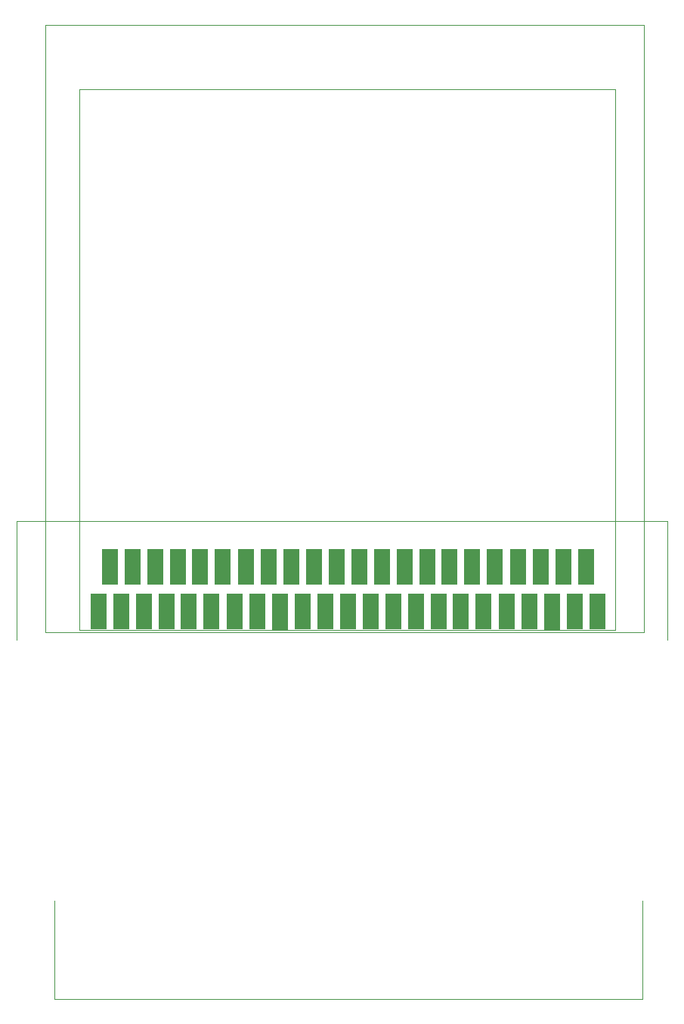
<source format=gbr>
G04 #@! TF.GenerationSoftware,KiCad,Pcbnew,8.0.2*
G04 #@! TF.CreationDate,2024-05-08T12:07:27-04:00*
G04 #@! TF.ProjectId,SMS-to-GG,534d532d-746f-42d4-9747-2e6b69636164,4*
G04 #@! TF.SameCoordinates,Original*
G04 #@! TF.FileFunction,OtherDrawing,Comment*
%FSLAX46Y46*%
G04 Gerber Fmt 4.6, Leading zero omitted, Abs format (unit mm)*
G04 Created by KiCad (PCBNEW 8.0.2) date 2024-05-08 12:07:27*
%MOMM*%
%LPD*%
G01*
G04 APERTURE LIST*
%ADD10C,0.120000*%
G04 APERTURE END LIST*
D10*
G04 #@! TO.C,J1*
X183727000Y-138888000D02*
X183727000Y-127892000D01*
X117827000Y-138888000D02*
X183727000Y-138888000D01*
X117827000Y-127892000D02*
X117827000Y-138888000D01*
G04 #@! TO.C,J2*
X113630000Y-85402000D02*
X186510000Y-85402000D01*
X113630000Y-98700000D02*
X113630000Y-85402000D01*
X186510000Y-98700000D02*
X186510000Y-85402000D01*
X116860000Y-97860000D02*
X183860000Y-97860000D01*
X183860000Y-29810000D01*
X116860000Y-29810000D01*
X116860000Y-97860000D01*
X120663000Y-97604000D02*
X180663000Y-97604000D01*
X180663000Y-36994000D01*
X120663000Y-36994000D01*
X120663000Y-97604000D01*
X121883000Y-97380000D02*
X123583000Y-97380000D01*
X123583000Y-93500000D01*
X121883000Y-93500000D01*
X121883000Y-97380000D01*
G36*
X121883000Y-97380000D02*
G01*
X123583000Y-97380000D01*
X123583000Y-93500000D01*
X121883000Y-93500000D01*
X121883000Y-97380000D01*
G37*
X123143000Y-92410000D02*
X124843000Y-92410000D01*
X124843000Y-88530000D01*
X123143000Y-88530000D01*
X123143000Y-92410000D01*
G36*
X123143000Y-92410000D02*
G01*
X124843000Y-92410000D01*
X124843000Y-88530000D01*
X123143000Y-88530000D01*
X123143000Y-92410000D01*
G37*
X124413000Y-97380000D02*
X126113000Y-97380000D01*
X126113000Y-93500000D01*
X124413000Y-93500000D01*
X124413000Y-97380000D01*
G36*
X124413000Y-97380000D02*
G01*
X126113000Y-97380000D01*
X126113000Y-93500000D01*
X124413000Y-93500000D01*
X124413000Y-97380000D01*
G37*
X125683000Y-92410000D02*
X127383000Y-92410000D01*
X127383000Y-88530000D01*
X125683000Y-88530000D01*
X125683000Y-92410000D01*
G36*
X125683000Y-92410000D02*
G01*
X127383000Y-92410000D01*
X127383000Y-88530000D01*
X125683000Y-88530000D01*
X125683000Y-92410000D01*
G37*
X126953000Y-97380000D02*
X128653000Y-97380000D01*
X128653000Y-93500000D01*
X126953000Y-93500000D01*
X126953000Y-97380000D01*
G36*
X126953000Y-97380000D02*
G01*
X128653000Y-97380000D01*
X128653000Y-93500000D01*
X126953000Y-93500000D01*
X126953000Y-97380000D01*
G37*
X128213000Y-92410000D02*
X129913000Y-92410000D01*
X129913000Y-88530000D01*
X128213000Y-88530000D01*
X128213000Y-92410000D01*
G36*
X128213000Y-92410000D02*
G01*
X129913000Y-92410000D01*
X129913000Y-88530000D01*
X128213000Y-88530000D01*
X128213000Y-92410000D01*
G37*
X129493000Y-97380000D02*
X131193000Y-97380000D01*
X131193000Y-93500000D01*
X129493000Y-93500000D01*
X129493000Y-97380000D01*
G36*
X129493000Y-97380000D02*
G01*
X131193000Y-97380000D01*
X131193000Y-93500000D01*
X129493000Y-93500000D01*
X129493000Y-97380000D01*
G37*
X130763000Y-92410000D02*
X132463000Y-92410000D01*
X132463000Y-88530000D01*
X130763000Y-88530000D01*
X130763000Y-92410000D01*
G36*
X130763000Y-92410000D02*
G01*
X132463000Y-92410000D01*
X132463000Y-88530000D01*
X130763000Y-88530000D01*
X130763000Y-92410000D01*
G37*
X131993000Y-97380000D02*
X133693000Y-97380000D01*
X133693000Y-93500000D01*
X131993000Y-93500000D01*
X131993000Y-97380000D01*
G36*
X131993000Y-97380000D02*
G01*
X133693000Y-97380000D01*
X133693000Y-93500000D01*
X131993000Y-93500000D01*
X131993000Y-97380000D01*
G37*
X133263000Y-92410000D02*
X134963000Y-92410000D01*
X134963000Y-88530000D01*
X133263000Y-88530000D01*
X133263000Y-92410000D01*
G36*
X133263000Y-92410000D02*
G01*
X134963000Y-92410000D01*
X134963000Y-88530000D01*
X133263000Y-88530000D01*
X133263000Y-92410000D01*
G37*
X134543000Y-97380000D02*
X136243000Y-97380000D01*
X136243000Y-93500000D01*
X134543000Y-93500000D01*
X134543000Y-97380000D01*
G36*
X134543000Y-97380000D02*
G01*
X136243000Y-97380000D01*
X136243000Y-93500000D01*
X134543000Y-93500000D01*
X134543000Y-97380000D01*
G37*
X135813000Y-92410000D02*
X137513000Y-92410000D01*
X137513000Y-88530000D01*
X135813000Y-88530000D01*
X135813000Y-92410000D01*
G36*
X135813000Y-92410000D02*
G01*
X137513000Y-92410000D01*
X137513000Y-88530000D01*
X135813000Y-88530000D01*
X135813000Y-92410000D01*
G37*
X137113000Y-97380000D02*
X138813000Y-97380000D01*
X138813000Y-93500000D01*
X137113000Y-93500000D01*
X137113000Y-97380000D01*
G36*
X137113000Y-97380000D02*
G01*
X138813000Y-97380000D01*
X138813000Y-93500000D01*
X137113000Y-93500000D01*
X137113000Y-97380000D01*
G37*
X138373000Y-92410000D02*
X140073000Y-92410000D01*
X140073000Y-88530000D01*
X138373000Y-88530000D01*
X138373000Y-92410000D01*
G36*
X138373000Y-92410000D02*
G01*
X140073000Y-92410000D01*
X140073000Y-88530000D01*
X138373000Y-88530000D01*
X138373000Y-92410000D01*
G37*
X139663000Y-97380000D02*
X141363000Y-97380000D01*
X141363000Y-93500000D01*
X139663000Y-93500000D01*
X139663000Y-97380000D01*
G36*
X139663000Y-97380000D02*
G01*
X141363000Y-97380000D01*
X141363000Y-93500000D01*
X139663000Y-93500000D01*
X139663000Y-97380000D01*
G37*
X140923000Y-92410000D02*
X142623000Y-92410000D01*
X142623000Y-88530000D01*
X140923000Y-88530000D01*
X140923000Y-92410000D01*
G36*
X140923000Y-92410000D02*
G01*
X142623000Y-92410000D01*
X142623000Y-88530000D01*
X140923000Y-88530000D01*
X140923000Y-92410000D01*
G37*
X142213000Y-97600000D02*
X143913000Y-97600000D01*
X143913000Y-93500000D01*
X142213000Y-93500000D01*
X142213000Y-97600000D01*
G36*
X142213000Y-97600000D02*
G01*
X143913000Y-97600000D01*
X143913000Y-93500000D01*
X142213000Y-93500000D01*
X142213000Y-97600000D01*
G37*
X143463000Y-92410000D02*
X145163000Y-92410000D01*
X145163000Y-88530000D01*
X143463000Y-88530000D01*
X143463000Y-92410000D01*
G36*
X143463000Y-92410000D02*
G01*
X145163000Y-92410000D01*
X145163000Y-88530000D01*
X143463000Y-88530000D01*
X143463000Y-92410000D01*
G37*
X144733000Y-97380000D02*
X146433000Y-97380000D01*
X146433000Y-93500000D01*
X144733000Y-93500000D01*
X144733000Y-97380000D01*
G36*
X144733000Y-97380000D02*
G01*
X146433000Y-97380000D01*
X146433000Y-93500000D01*
X144733000Y-93500000D01*
X144733000Y-97380000D01*
G37*
X145993000Y-92410000D02*
X147693000Y-92410000D01*
X147693000Y-88530000D01*
X145993000Y-88530000D01*
X145993000Y-92410000D01*
G36*
X145993000Y-92410000D02*
G01*
X147693000Y-92410000D01*
X147693000Y-88530000D01*
X145993000Y-88530000D01*
X145993000Y-92410000D01*
G37*
X147273000Y-97380000D02*
X148973000Y-97380000D01*
X148973000Y-93500000D01*
X147273000Y-93500000D01*
X147273000Y-97380000D01*
G36*
X147273000Y-97380000D02*
G01*
X148973000Y-97380000D01*
X148973000Y-93500000D01*
X147273000Y-93500000D01*
X147273000Y-97380000D01*
G37*
X148543000Y-92410000D02*
X150243000Y-92410000D01*
X150243000Y-88530000D01*
X148543000Y-88530000D01*
X148543000Y-92410000D01*
G36*
X148543000Y-92410000D02*
G01*
X150243000Y-92410000D01*
X150243000Y-88530000D01*
X148543000Y-88530000D01*
X148543000Y-92410000D01*
G37*
X149813000Y-97380000D02*
X151513000Y-97380000D01*
X151513000Y-93500000D01*
X149813000Y-93500000D01*
X149813000Y-97380000D01*
G36*
X149813000Y-97380000D02*
G01*
X151513000Y-97380000D01*
X151513000Y-93500000D01*
X149813000Y-93500000D01*
X149813000Y-97380000D01*
G37*
X151083000Y-92410000D02*
X152783000Y-92410000D01*
X152783000Y-88530000D01*
X151083000Y-88530000D01*
X151083000Y-92410000D01*
G36*
X151083000Y-92410000D02*
G01*
X152783000Y-92410000D01*
X152783000Y-88530000D01*
X151083000Y-88530000D01*
X151083000Y-92410000D01*
G37*
X152353000Y-97380000D02*
X154053000Y-97380000D01*
X154053000Y-93500000D01*
X152353000Y-93500000D01*
X152353000Y-97380000D01*
G36*
X152353000Y-97380000D02*
G01*
X154053000Y-97380000D01*
X154053000Y-93500000D01*
X152353000Y-93500000D01*
X152353000Y-97380000D01*
G37*
X153613000Y-92410000D02*
X155313000Y-92410000D01*
X155313000Y-88530000D01*
X153613000Y-88530000D01*
X153613000Y-92410000D01*
G36*
X153613000Y-92410000D02*
G01*
X155313000Y-92410000D01*
X155313000Y-88530000D01*
X153613000Y-88530000D01*
X153613000Y-92410000D01*
G37*
X154893000Y-97380000D02*
X156593000Y-97380000D01*
X156593000Y-93500000D01*
X154893000Y-93500000D01*
X154893000Y-97380000D01*
G36*
X154893000Y-97380000D02*
G01*
X156593000Y-97380000D01*
X156593000Y-93500000D01*
X154893000Y-93500000D01*
X154893000Y-97380000D01*
G37*
X156163000Y-92410000D02*
X157863000Y-92410000D01*
X157863000Y-88530000D01*
X156163000Y-88530000D01*
X156163000Y-92410000D01*
G36*
X156163000Y-92410000D02*
G01*
X157863000Y-92410000D01*
X157863000Y-88530000D01*
X156163000Y-88530000D01*
X156163000Y-92410000D01*
G37*
X157433000Y-97380000D02*
X159133000Y-97380000D01*
X159133000Y-93500000D01*
X157433000Y-93500000D01*
X157433000Y-97380000D01*
G36*
X157433000Y-97380000D02*
G01*
X159133000Y-97380000D01*
X159133000Y-93500000D01*
X157433000Y-93500000D01*
X157433000Y-97380000D01*
G37*
X158703000Y-92410000D02*
X160403000Y-92410000D01*
X160403000Y-88530000D01*
X158703000Y-88530000D01*
X158703000Y-92410000D01*
G36*
X158703000Y-92410000D02*
G01*
X160403000Y-92410000D01*
X160403000Y-88530000D01*
X158703000Y-88530000D01*
X158703000Y-92410000D01*
G37*
X159973000Y-97380000D02*
X161673000Y-97380000D01*
X161673000Y-93500000D01*
X159973000Y-93500000D01*
X159973000Y-97380000D01*
G36*
X159973000Y-97380000D02*
G01*
X161673000Y-97380000D01*
X161673000Y-93500000D01*
X159973000Y-93500000D01*
X159973000Y-97380000D01*
G37*
X161223000Y-92410000D02*
X162923000Y-92410000D01*
X162923000Y-88530000D01*
X161223000Y-88530000D01*
X161223000Y-92410000D01*
G36*
X161223000Y-92410000D02*
G01*
X162923000Y-92410000D01*
X162923000Y-88530000D01*
X161223000Y-88530000D01*
X161223000Y-92410000D01*
G37*
X162473000Y-97380000D02*
X164173000Y-97380000D01*
X164173000Y-93500000D01*
X162473000Y-93500000D01*
X162473000Y-97380000D01*
G36*
X162473000Y-97380000D02*
G01*
X164173000Y-97380000D01*
X164173000Y-93500000D01*
X162473000Y-93500000D01*
X162473000Y-97380000D01*
G37*
X163733000Y-92410000D02*
X165433000Y-92410000D01*
X165433000Y-88530000D01*
X163733000Y-88530000D01*
X163733000Y-92410000D01*
G36*
X163733000Y-92410000D02*
G01*
X165433000Y-92410000D01*
X165433000Y-88530000D01*
X163733000Y-88530000D01*
X163733000Y-92410000D01*
G37*
X165023000Y-97380000D02*
X166723000Y-97380000D01*
X166723000Y-93500000D01*
X165023000Y-93500000D01*
X165023000Y-97380000D01*
G36*
X165023000Y-97380000D02*
G01*
X166723000Y-97380000D01*
X166723000Y-93500000D01*
X165023000Y-93500000D01*
X165023000Y-97380000D01*
G37*
X166293000Y-92410000D02*
X167993000Y-92410000D01*
X167993000Y-88530000D01*
X166293000Y-88530000D01*
X166293000Y-92410000D01*
G36*
X166293000Y-92410000D02*
G01*
X167993000Y-92410000D01*
X167993000Y-88530000D01*
X166293000Y-88530000D01*
X166293000Y-92410000D01*
G37*
X167593000Y-97380000D02*
X169293000Y-97380000D01*
X169293000Y-93500000D01*
X167593000Y-93500000D01*
X167593000Y-97380000D01*
G36*
X167593000Y-97380000D02*
G01*
X169293000Y-97380000D01*
X169293000Y-93500000D01*
X167593000Y-93500000D01*
X167593000Y-97380000D01*
G37*
X168863000Y-92410000D02*
X170563000Y-92410000D01*
X170563000Y-88530000D01*
X168863000Y-88530000D01*
X168863000Y-92410000D01*
G36*
X168863000Y-92410000D02*
G01*
X170563000Y-92410000D01*
X170563000Y-88530000D01*
X168863000Y-88530000D01*
X168863000Y-92410000D01*
G37*
X170133000Y-97380000D02*
X171833000Y-97380000D01*
X171833000Y-93500000D01*
X170133000Y-93500000D01*
X170133000Y-97380000D01*
G36*
X170133000Y-97380000D02*
G01*
X171833000Y-97380000D01*
X171833000Y-93500000D01*
X170133000Y-93500000D01*
X170133000Y-97380000D01*
G37*
X171393000Y-92410000D02*
X173093000Y-92410000D01*
X173093000Y-88530000D01*
X171393000Y-88530000D01*
X171393000Y-92410000D01*
G36*
X171393000Y-92410000D02*
G01*
X173093000Y-92410000D01*
X173093000Y-88530000D01*
X171393000Y-88530000D01*
X171393000Y-92410000D01*
G37*
X172693000Y-97600000D02*
X174393000Y-97600000D01*
X174393000Y-93530000D01*
X172693000Y-93530000D01*
X172693000Y-97600000D01*
G36*
X172693000Y-97600000D02*
G01*
X174393000Y-97600000D01*
X174393000Y-93530000D01*
X172693000Y-93530000D01*
X172693000Y-97600000D01*
G37*
X173943000Y-92410000D02*
X175643000Y-92410000D01*
X175643000Y-88530000D01*
X173943000Y-88530000D01*
X173943000Y-92410000D01*
G36*
X173943000Y-92410000D02*
G01*
X175643000Y-92410000D01*
X175643000Y-88530000D01*
X173943000Y-88530000D01*
X173943000Y-92410000D01*
G37*
X175213000Y-97380000D02*
X176913000Y-97380000D01*
X176913000Y-93500000D01*
X175213000Y-93500000D01*
X175213000Y-97380000D01*
G36*
X175213000Y-97380000D02*
G01*
X176913000Y-97380000D01*
X176913000Y-93500000D01*
X175213000Y-93500000D01*
X175213000Y-97380000D01*
G37*
X176483000Y-92410000D02*
X178183000Y-92410000D01*
X178183000Y-88530000D01*
X176483000Y-88530000D01*
X176483000Y-92410000D01*
G36*
X176483000Y-92410000D02*
G01*
X178183000Y-92410000D01*
X178183000Y-88530000D01*
X176483000Y-88530000D01*
X176483000Y-92410000D01*
G37*
X177753000Y-97380000D02*
X179453000Y-97380000D01*
X179453000Y-93500000D01*
X177753000Y-93500000D01*
X177753000Y-97380000D01*
G36*
X177753000Y-97380000D02*
G01*
X179453000Y-97380000D01*
X179453000Y-93500000D01*
X177753000Y-93500000D01*
X177753000Y-97380000D01*
G37*
G04 #@! TD*
M02*

</source>
